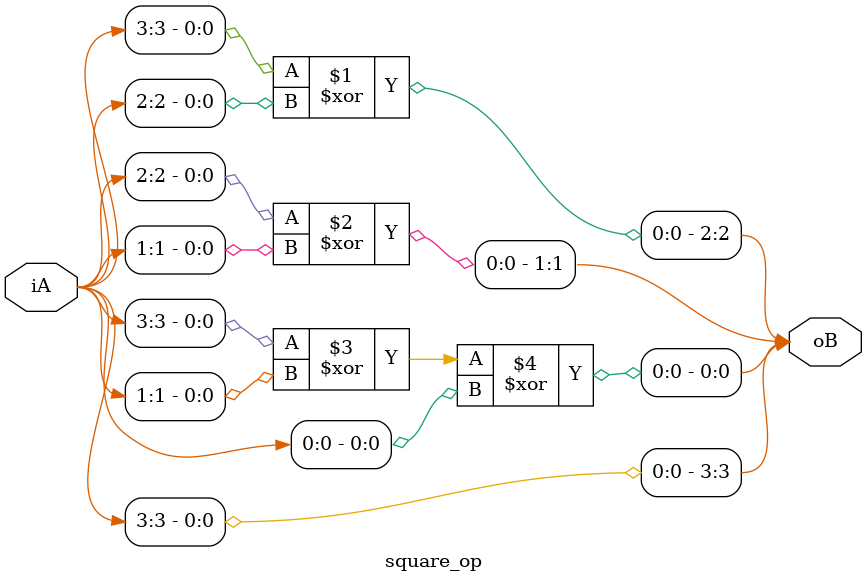
<source format=v>
/*****************************************************************************
 * Thesis     :     AES-128            
 * Made by      :     Le Nguyen To Quynh
 * Instructed by  :       Ph.D Le Duc Hung
                M.S  Cao Tran Bao Thuong
 * Supported by   :
 * Module     :     aes_core (module main)
 * Staged     :     Top     
 *****************************************************************************/
module AES128_wrapper(
  input iClk,
  input iReset,
  input iChipselect_n,
  input iWrite_n,
  input iRead_n,
  input [4:0] iAddress,
  input [31:0]  iData,
  output  reg [31:0]  oData
);

// iAddress[4:0] :
//iAddress[4:2]: select register
//iAddress[1:0]: select byte to read/write
/*
  address:
  000xx: iStart [from 0x00-0x03]
  001xx: iEn_or_de [from 0x04 to 0x07]
  010xx: iKey      [from 0x08 to 0xB] 
  011xx: iPlain_text [from 0x0C to 0x0F]
  100xx: oCipher_text [from 0x10 to 0x13]
  101xx: oCipher_text_ready [from 0x14 to 0x17]
  110xx: iReset_external_n [from 0x18 to 0x1f]
*/

reg           iStart;
reg           iEn_or_de;
reg           iReset_external_n;
reg[127:0]    iKey;
reg[127:0]    iPlain_text;
reg[127:0]    oCipher_text;
reg           oCipher_text_ready;

wire[127:0]   oCipher_text_w;
wire          oCipher_text_ready_w;
wire          iReset_n_w;

assign iReset_n_w = ~iReset;
always@(posedge iClk,negedge iReset_n_w)
begin
  if(~iReset_n_w)
    begin
      iKey <= 128'b0;
      iPlain_text <= 128'b0;
      iEn_or_de <=0;
      oData <=32'b0;
      iReset_external_n <=0;
      iStart <=0;
    end
  else 
    begin
      iReset_external_n<=1;
      if(~iChipselect_n )
      begin
        if(~iWrite_n)
        begin
          begin
          case(iAddress[4:2])
            3'b000: iStart<=iData[0];
            3'b001: iEn_or_de <= iData[0];
            3'b010: 
            begin
              case(iAddress[1:0])
                2'b00: iKey[127:96]   <= iData;
                2'b01: iKey[95:64]    <= iData;
                2'b10: iKey[63:32]    <= iData;
                2'b11: iKey[31:0]     <= iData;
              endcase
            end
            3'b011:
            begin
              case(iAddress[1:0])
                2'b00: iPlain_text[127:96]    <= iData;
                2'b01: iPlain_text[95:64]     <= iData;
                2'b10: iPlain_text[63:32]     <= iData;
                2'b11: iPlain_text[31:0]      <= iData;
              endcase
            end
            3'b110: iReset_external_n<=iData;
            default:
            begin
            end
          endcase
          end
        end   
        else if(~iRead_n)
        begin
          case(iAddress[4:2])
            3'b100:   
            begin
              case(iAddress[1:0])
                2'b00: oData  <= oCipher_text[127:96];
                2'b01: oData  <= oCipher_text[95:64];
                2'b10: oData  <= oCipher_text[63:32];
                2'b11: oData  <= oCipher_text[31:0];
              endcase
            end
            3'b101: oData     <=oCipher_text_ready; 
            default:
            begin
            end
          endcase
        end 
        else iStart<=0;
      end
      else iStart<=0;
    end
end
always@(posedge oCipher_text_ready_w,negedge iReset_external_n)
  if(~iReset_external_n)
  begin
   oCipher_text_ready  <=0;
   oCipher_text<=0;
  end
  else 
  begin
    oCipher_text    <= oCipher_text_w;
  end

  aes_core AES128(
    .iClk(iClk),
    .iReset_n(iReset_external_n), 
    .iStart(iStart),
    .iEn_or_de(iEn_or_de),
    .iKey(iKey),
    .iPlain_text(iPlain_text),
    .oCipher_text(oCipher_text_w),
    .oCipher_text_ready(oCipher_text_ready_w)
  );
endmodule // AES_128_wrapper

module aes_core(
  iClk,
  iReset_n, 
  iStart,
  iEn_or_de,
  iKey,
  iPlain_text,
  oCipher_text,
  oCipher_text_ready
);

/*****************************************************************************
 *                             Port Declarations                             *
 *****************************************************************************/
input       iClk;
input       iReset_n;
input       iStart;
input       iEn_or_de;
input [127:0]   iKey;
input [127:0]   iPlain_text;
output[127:0]   oCipher_text;
output      oCipher_text_ready;

/*****************************************************************************
 *                 Internal Wires and Registers Declarations                 *
 *****************************************************************************/
reg [127:0]   rCipher_text_out;
reg       rCipher_text_ready_out;
reg [3:0]     rRound;
reg [127:0]   rKey_in;
reg [127:0]   rPlain_text_in;

reg [127:0]   rmKey_in_de [0:11];
reg [127:0]   rKey_in_de;
reg [3:0]     rCounter_de;

reg [3:0]     rCounter_round;
reg           rStart_key_expand;
reg [127:0]   rCipher_in_de;
reg           rDe_cipher_text_ready_out;
reg [127:0]   rDe_cipher_text_out;

wire      wStart_key_expand;
wire      wKey_expansion_ready_out;
wire [127:0]  wKey_expansion_out;
wire [127:0]  wCipher_text_out;
wire      wCipher_text_ready_out;
wire      wStart_encryption;

wire        wStart_decryption;
wire [127:0]  wDe_cipher_text_out;
wire      wDe_cipher_text_ready_out;


/*****************************************************************************
 *                            Combinational Logic                            *
 *****************************************************************************/
assign wStart_key_expand = iStart | wKey_expansion_ready_out;
assign wStart_encryption = iStart | wKey_expansion_ready_out;
assign wStart_decryption = rCipher_text_ready_out | wDe_cipher_text_ready_out;

assign oCipher_text = (iEn_or_de == 1'b1) ? rCipher_text_out : rDe_cipher_text_out;
assign oCipher_text_ready = (iEn_or_de == 1'b1) ? rCipher_text_ready_out : rDe_cipher_text_ready_out;

/*****************************************************************************
 *                             Sequential Logic                              *
 *****************************************************************************/
always @(posedge iClk or negedge iReset_n)
begin
  if (!iReset_n )
  begin
  rStart_key_expand <=0;
  end
else 
  rStart_key_expand <= wStart_key_expand;
end

always @(posedge iClk or negedge iReset_n)
begin
  if (!iReset_n )
  begin
  rCounter_de <= 0;
  end
else if (rStart_key_expand)
  begin
  rmKey_in_de[rCounter_de] <= rKey_in;
  rCounter_de <= rCounter_de+1;
  end
end

always @(posedge iClk or negedge iReset_n)
begin
  if (!iReset_n )
  begin
  rCounter_round = 10;
  rCipher_in_de <= 0;
  rDe_cipher_text_ready_out <= 0;
  rDe_cipher_text_out <= 0;
  end
else if (rCounter_round == 0 && wDe_cipher_text_ready_out)
begin 
  rDe_cipher_text_out <= wDe_cipher_text_out;
  rDe_cipher_text_ready_out <= wDe_cipher_text_ready_out;
end
  
else if (rCipher_text_ready_out)    
    begin
      rCounter_round = 10;
      rCipher_in_de <= iPlain_text;
      rKey_in_de <= rmKey_in_de[rCounter_round];
      rDe_cipher_text_out <= 1'b0;
      rDe_cipher_text_ready_out <= 1'b0;
    end
else if (wDe_cipher_text_ready_out && rCounter_round > 0)
  begin
    rCounter_round = rCounter_round - 1;
    rKey_in_de <= rmKey_in_de[rCounter_round];
    rCipher_in_de <= wDe_cipher_text_out;
    
    rDe_cipher_text_ready_out <= 0;
  end
  else
    rDe_cipher_text_ready_out <= 0;
end
   
/*****************************************************************************
 *                              Internal Modules                             *
 *****************************************************************************/
aes_decryption  aes_de (
.iClk(iClk),
.iReset_n(iReset_n), 
.iStart(wStart_decryption),
.iRound(rCounter_round),
.iKey(rKey_in_de),
.iPlain_text(rCipher_in_de),
.oCipher_text(wDe_cipher_text_out),
.oCipher_text_ready(wDe_cipher_text_ready_out)
);

aes_encryption aes_en (
.iClk(iClk),
  .iReset_n(iReset_n), 
.iStart(wStart_encryption),
.iRound(rRound),
  .iKey(rKey_in),
.iPlain_text(rPlain_text_in),
  .oCipher_text(wCipher_text_out),
.oCipher_text_ready(wCipher_text_ready_out)
);

aes_key_expansion key_expander (
.iClk(iClk),
  .iReset_n(iReset_n), 
.iStart(wStart_key_expand),
.iRcon(rRound),
  .iKey(rKey_in),
  .oKey_expansion(wKey_expansion_out),
.oKey_expansion_ready(wKey_expansion_ready_out)
);

/*****************************************************************************
 *                             Sequential Logic                              *
 *****************************************************************************/
always @(posedge iClk or negedge iReset_n)
begin
  if (!iReset_n )
    begin
  rRound <= 4'h0;
      rCipher_text_out <= 128'h0;
      rCipher_text_ready_out <= 1'b0;
    end
else if(iStart)
  begin
    rCipher_text_out <= 128'h0;
    rCipher_text_ready_out <= 1'b0;
    rKey_in <= iKey;
    rPlain_text_in <= iPlain_text;
    rRound <= 4'h0; 
  end
 else if(rRound == 10 && wCipher_text_ready_out)
  begin
    rCipher_text_out <= wCipher_text_out;
    rCipher_text_ready_out <= wCipher_text_ready_out;
  end
else if(wKey_expansion_ready_out && rRound < 10)
  begin
    rKey_in <= wKey_expansion_out;
    rPlain_text_in <= wCipher_text_out;
    rRound <= rRound + 1 ;
    rCipher_text_ready_out <=0;
  end
else
    rCipher_text_ready_out <=0;
end

endmodule

/*****************************************************************************
 * Thesis           :           AES-128            
 * Made by          :           Le Nguyen To Quynh
 * Instructed by    :           Ph.D Le Duc Hung
                                M.S  Cao Tran Bao Thuong
 * Supported by     :
 * Module           :           aes_decryption
 * Staged           :           Stage 1   
 *****************************************************************************/

module aes_decryption(
    iClk,
    iReset_n, 
    iStart,
    iKey,
    iRound,
    iPlain_text,
    oCipher_text,
    oCipher_text_ready
);

/*****************************************************************************
 *                           Parameter Declarations                          *
 *****************************************************************************/
parameter STEP_IDLE     = 3'd0;
parameter STEP_INIT       = 3'd1;
parameter STEP_ADD_ROUND_KEY_INITIAL  = 3'd2;
parameter STEP_SUB_SHIFT    = 3'd3;
parameter STEP_MIX_COLUMN   = 3'd4;
parameter STEP_ADD_ROUND_KEY    = 3'd5;
parameter STEP_DONE   =3'd6;

input     iClk;
input     iReset_n;
input     iStart;
input    [127:0]  iKey;
input    [127:0]  iPlain_text;
input    [3:0]  iRound;

output   [127:0]  oCipher_text;
output    oCipher_text_ready;

/*****************************************************************************
 *                 Internal Wires and Registers Declarations                 *
 *****************************************************************************/
reg      [127:0]  rCipher_text;
reg      [31:0]   rCipher_column_0_temp,rCipher_column_1_temp,rCipher_column_2_temp,rCipher_column_3_temp;
reg      [2:0]  rState_step;
reg         rCipher_text_done;

wire [7:0] w0[0:3];
wire [7:0] w1[0:3];
wire [7:0] w2[0:3];
wire [7:0] w3[0:3];

wire [31:0] wMixcolum_0;
wire [31:0] wMixcolum_1;
wire [31:0] wMixcolum_2;
wire [31:0] wMixcolum_3;

/*****************************************************************************
 *                            Combinational Logic                            *
 *****************************************************************************/
assign oCipher_text = rCipher_text;
assign oCipher_text_ready = rCipher_text_done;

/*****************************************************************************
 *                              Internal Modules                             *
 *****************************************************************************/
sbox sbox_w10 (
  .iEn_or_de(1'b0),
  .iSbox(rCipher_column_0_temp[7:0]),
  .oSbox(w0[0])
);

sbox sbox_w11 (
  .iEn_or_de(1'b0),
  .iSbox(rCipher_column_0_temp[15:8]),
  .oSbox(w0[1])
);

sbox sbox_w12 (
  .iEn_or_de(1'b0),
  .iSbox(rCipher_column_0_temp[23:16]),
  .oSbox(w0[2])
);

sbox sbox_w13 (
  .iEn_or_de(1'b0),
  .iSbox(rCipher_column_0_temp[31:24]),
  .oSbox(w0[3])
);

sbox sbox_w20 (
  .iEn_or_de(1'b0),
  .iSbox(rCipher_column_1_temp[7:0]),
  .oSbox(w1[0])
);

sbox sbox_w21 (
  .iEn_or_de(1'b0),
  .iSbox(rCipher_column_1_temp[15:8]),
  .oSbox(w1[1])
);

sbox sbox_w22 (
  .iEn_or_de(1'b0),
  .iSbox(rCipher_column_1_temp[23:16]),
  .oSbox(w1[2])
);

sbox sbox_w23 (
  .iEn_or_de(1'b0),
  .iSbox(rCipher_column_1_temp[31:24]),
  .oSbox(w1[3])
);

sbox sbox_w30 (
  .iEn_or_de(1'b0),
  .iSbox(rCipher_column_2_temp[7:0]),
  .oSbox(w2[0])
);

sbox sbox_w31 (
  .iEn_or_de(1'b0),
  .iSbox(rCipher_column_2_temp[15:8]),
  .oSbox(w2[1])
);

sbox sbox_w32 (
  .iEn_or_de(1'b0),
  .iSbox(rCipher_column_2_temp[23:16]),
  .oSbox(w2[2])
);

sbox sbox_w33 (
  .iEn_or_de(1'b0),
  .iSbox(rCipher_column_2_temp[31:24]),
  .oSbox(w2[3])
);

sbox sbox_w40 (
  .iEn_or_de(1'b0),
  .iSbox(rCipher_column_3_temp[7:0]),
  .oSbox(w3[0])
);

sbox sbox_w41 (
  .iEn_or_de(1'b0),
  .iSbox(rCipher_column_3_temp[15:8]),
  .oSbox(w3[1])
);

sbox sbox_w42 (
  .iEn_or_de(1'b0),
  .iSbox(rCipher_column_3_temp[23:16]),
  .oSbox(w3[2])
);

sbox sbox_w43 (
  .iEn_or_de(1'b0),
  .iSbox(rCipher_column_3_temp[31:24]),
  .oSbox(w3[3])
);

inv_mixcolumn mixcolumn0 (
  .iInv_mixcolumn(rCipher_column_0_temp),
  .oInv_mixcolumn(wMixcolum_0)
);

inv_mixcolumn mixcolumn1 (
  .iInv_mixcolumn(rCipher_column_1_temp),
  .oInv_mixcolumn(wMixcolum_1)
);

inv_mixcolumn mixcolumn2 (
  .iInv_mixcolumn(rCipher_column_2_temp),
  .oInv_mixcolumn(wMixcolum_2)
);

inv_mixcolumn mixcolumn3 (
  .iInv_mixcolumn(rCipher_column_3_temp),
  .oInv_mixcolumn(wMixcolum_3)
);

/*****************************************************************************
 *                             Sequential Logic                              *
 *****************************************************************************/
always @(posedge iClk or negedge iReset_n)
begin
    if (!iReset_n )
      begin
      rState_step <= STEP_IDLE; 
      rCipher_text <= 128'h0;
      rCipher_text_done <= 1'b0;
      end
    else
      begin
    case(rState_step)
      STEP_IDLE:
        begin
          rCipher_text_done <= 1'b0;
          if(iStart && (iRound > 0) ||(iStart && iRound == 15))
              rState_step <= STEP_INIT;
            else
              rState_step <= STEP_IDLE;
        end
      STEP_INIT:
        begin
          rCipher_column_0_temp <= iPlain_text[127 : 96];
          rCipher_column_1_temp <= iPlain_text[95 : 64];
          rCipher_column_2_temp <= iPlain_text[63 : 32];
          rCipher_column_3_temp <= iPlain_text[31 : 0];
          if(iRound == 0)
              rState_step <= STEP_ADD_ROUND_KEY_INITIAL;
          else
              rState_step <= STEP_ADD_ROUND_KEY;
        end
      STEP_ADD_ROUND_KEY_INITIAL:
        begin
          rCipher_text[127 : 96] <= rCipher_column_0_temp ^ iKey[127 : 96];
          rCipher_text[95 : 64]  <= rCipher_column_1_temp ^ iKey[95 : 64];
          rCipher_text[63 : 32]  <= rCipher_column_2_temp ^ iKey[63 : 32];
          rCipher_text[31 : 0]   <= rCipher_column_3_temp ^ iKey[31 : 0];
          rCipher_text_done <= 1'b1;
          rState_step <= STEP_IDLE ;
        end
      STEP_SUB_SHIFT:
        begin
          rCipher_text[127 : 96] <= {w0[3],w3[2],w2[1],w1[0]};
          rCipher_text[95 : 64]  <= {w1[3],w0[2],w3[1],w2[0]};
          rCipher_text[63 : 32]  <= {w2[3],w1[2],w0[1],w3[0]};
          rCipher_text[31 : 0]   <= {w3[3],w2[2],w1[1],w0[0]};
          rCipher_text_done <= 1'b1;
          rState_step <= STEP_IDLE;
        end
      STEP_MIX_COLUMN:
        begin
              rCipher_column_0_temp <= wMixcolum_0;
          rCipher_column_1_temp <= wMixcolum_1;
          rCipher_column_2_temp <= wMixcolum_2;
          rCipher_column_3_temp <= wMixcolum_3;     
          rState_step <= STEP_SUB_SHIFT;

        end
      STEP_ADD_ROUND_KEY:
        begin
          rCipher_column_0_temp <= rCipher_column_0_temp ^ iKey[127 : 96];
          rCipher_column_1_temp <= rCipher_column_1_temp ^ iKey[95 : 64];
          rCipher_column_2_temp <= rCipher_column_2_temp ^ iKey[63 : 32];
          rCipher_column_3_temp <= rCipher_column_3_temp ^ iKey[31 : 0];
          if(iRound == 10)
              rState_step <= STEP_SUB_SHIFT;
          else
              rState_step <= STEP_MIX_COLUMN;
        end
      default:
      	begin
      	end
        endcase
        end
end

endmodule

/*****************************************************************************
 * Thesis     :     AES-128            
 * Made by      :     Le Nguyen To Quynh
 * Instructed by  :       Ph.D Le Duc Hung
                M.S  Cao Tran Bao Thuong
 * Supported by   :
 * Module     :     aes_encryption
 * Staged           :           Stage 1         
 *****************************************************************************/

module aes_encryption(
  iClk,
    iReset_n, 
  iStart,
    iKey,
  iRound,
  iPlain_text,
    oCipher_text,
  oCipher_text_ready
);

/*****************************************************************************
 *                           Parameter Declarations                          *
 *****************************************************************************/
parameter STEP_IDLE                   = 3'd0;
parameter STEP_INIT                   = 3'd1;
parameter STEP_ADD_ROUND_KEY_INITIAL  = 3'd2;
parameter STEP_SUB_SHIFT              = 3'd3;
parameter STEP_MIX_COULUMN            = 3'd4;
parameter STEP_ADD_ROUND_KEY          = 3'd5;

/*****************************************************************************
 *                             Port Declarations                             *
 *****************************************************************************/
input            iClk;
input            iReset_n;
input            iStart;
input [127:0]    iKey;
input [127:0]    iPlain_text;
input [3:0]      iRound;

output [127:0]   oCipher_text;
output           oCipher_text_ready;

/*****************************************************************************
 *                 Internal Wires and Registers Declarations                 *
 *****************************************************************************/
reg      [127:0]  rCipher_text;
reg      [31:0]       rCipher_column_0_temp,rCipher_column_1_temp,rCipher_column_2_temp,rCipher_column_3_temp;
reg      [2:0]  rState_step;
reg         rCipher_text_done;

wire [7:0] w0[0:3];
wire [7:0] w1[0:3];
wire [7:0] w2[0:3];
wire [7:0] w3[0:3];

wire [31:0] wMixcolumn_0;
wire [31:0] wMixcolumn_1;
wire [31:0] wMixcolumn_2;
wire [31:0] wMixcolumn_3;

/*****************************************************************************
 *                            Combinational Logic                            *
 *****************************************************************************/
assign oCipher_text = rCipher_text;
assign oCipher_text_ready = rCipher_text_done;

/*****************************************************************************
 *                              Internal Modules                             *
 *****************************************************************************/
sbox sbox_w10 (
  .iEn_or_de(1'b1),
  .iSbox(rCipher_column_0_temp[7:0]),
  .oSbox(w0[0])
);

sbox sbox_w11 (
  .iEn_or_de(1'b1),
  .iSbox(rCipher_column_0_temp[15:8]),
  .oSbox(w0[1])
);

sbox sbox_w12  (
  .iEn_or_de(1'b1),
  .iSbox(rCipher_column_0_temp[23:16]),
  .oSbox(w0[2])
);

sbox sbox_w13 (
  .iEn_or_de(1'b1),
  .iSbox(rCipher_column_0_temp[31:24]),
  .oSbox(w0[3])
);

sbox sbox_w20 (
  .iEn_or_de(1'b1),
  .iSbox(rCipher_column_1_temp[7:0]),
  .oSbox(w1[0])
);

sbox sbox_w21 (
  .iEn_or_de(1'b1),
  .iSbox(rCipher_column_1_temp[15:8]),
  .oSbox(w1[1])
);

sbox sbox_w22 (
  .iEn_or_de(1'b1),
  .iSbox(rCipher_column_1_temp[23:16]),
  .oSbox(w1[2])
);

sbox sbox_w23 (
  .iEn_or_de(1'b1),
  .iSbox(rCipher_column_1_temp[31:24]),
  .oSbox(w1[3])
);

sbox sbox_w30 (
  .iEn_or_de(1'b1),
  .iSbox(rCipher_column_2_temp[7:0]),
  .oSbox(w2[0])
);

sbox sbox_w31 (
  .iEn_or_de(1'b1),
  .iSbox(rCipher_column_2_temp[15:8]),
  .oSbox(w2[1])
);

sbox sbox_w32 (
  .iEn_or_de(1'b1),
  .iSbox(rCipher_column_2_temp[23:16]),
  .oSbox(w2[2])
);

sbox sbox_w33 (
  .iEn_or_de(1'b1),
  .iSbox(rCipher_column_2_temp[31:24]),
  .oSbox(w2[3])
);

sbox sbox_w40 (
  .iEn_or_de(1'b1),
  .iSbox(rCipher_column_3_temp[7:0]),
  .oSbox(w3[0])
);

sbox sbox_w41 (
  .iEn_or_de(1'b1),
  .iSbox(rCipher_column_3_temp[15:8]),
  .oSbox(w3[1])
);

sbox sbox_w42 (
  .iEn_or_de(1'b1),
  .iSbox(rCipher_column_3_temp[23:16]),
  .oSbox(w3[2])
);

sbox sbox_w43  (
  .iEn_or_de(1'b1),
  .iSbox(rCipher_column_3_temp[31:24]),
  .oSbox(w3[3])
);

mixcolumn mixcolumn0 (
  .iMixcolumn(rCipher_column_0_temp),
  .oMixcolumn(wMixcolumn_0)
);

mixcolumn mixcolumn1 (
  .iMixcolumn(rCipher_column_1_temp),
  .oMixcolumn(wMixcolumn_1)
);

mixcolumn mixcolumn2 (
  .iMixcolumn(rCipher_column_2_temp),
  .oMixcolumn(wMixcolumn_2)
);

mixcolumn mixcolumn3 (
  .iMixcolumn(rCipher_column_3_temp),
  .oMixcolumn(wMixcolumn_3)
);

/*****************************************************************************
 *                             Sequential Logic                              *
 *****************************************************************************/
always @(posedge iClk or negedge iReset_n)
begin
    if (!iReset_n )
      begin
      rState_step <= STEP_IDLE; 
      rCipher_text <= 128'h0;
      rCipher_text_done <= 1'b0;
      end
    else
      begin
    case(rState_step)
      STEP_IDLE:
        begin
          rCipher_text_done <= 1'b0;
          if((iStart && iRound <= 10)||(iStart && iRound == 15))
              rState_step <= STEP_INIT;
            else
              rState_step <= STEP_IDLE;
        end
      STEP_INIT:
        begin
          rCipher_column_0_temp <= iPlain_text[127 : 96];
          rCipher_column_1_temp <= iPlain_text[95 : 64];
          rCipher_column_2_temp <= iPlain_text[63 : 32];
          rCipher_column_3_temp <= iPlain_text[31 : 0];
          if(iRound == 0)
              rState_step <= STEP_ADD_ROUND_KEY_INITIAL;
          else
              rState_step <= STEP_SUB_SHIFT;
        end
      STEP_ADD_ROUND_KEY_INITIAL:
        begin
          rCipher_text[127 : 96] <= rCipher_column_0_temp ^ iKey[127 : 96];
          rCipher_text[95 : 64] <= rCipher_column_1_temp ^ iKey[95 : 64];
          rCipher_text[63 : 32] <= rCipher_column_2_temp ^ iKey[63 : 32];
          rCipher_text[31 : 0] <= rCipher_column_3_temp ^ iKey[31 : 0];
          rCipher_text_done <= 1'b1;
          rState_step <= STEP_IDLE ;
        end
      STEP_SUB_SHIFT:
        begin
          rCipher_column_0_temp <= {w0[3],w1[2],w2[1],w3[0]};
          rCipher_column_1_temp <= {w1[3],w2[2],w3[1],w0[0]};
          rCipher_column_2_temp <= {w2[3],w3[2],w0[1],w1[0]};
          rCipher_column_3_temp <= {w3[3],w0[2],w1[1],w2[0]};
          if(iRound == 10)
              rState_step <= STEP_ADD_ROUND_KEY;
          else
              rState_step <= STEP_MIX_COULUMN;
        end
      STEP_MIX_COULUMN:
        begin
            rCipher_column_0_temp <= wMixcolumn_0;
          rCipher_column_1_temp <= wMixcolumn_1;
          rCipher_column_2_temp <= wMixcolumn_2;
          rCipher_column_3_temp <= wMixcolumn_3;      
          rState_step <= STEP_ADD_ROUND_KEY;

        end
      STEP_ADD_ROUND_KEY:
        begin
          rCipher_text_done <= 1'b1;
          rCipher_text[127 : 96] <= rCipher_column_0_temp ^ iKey[127 : 96];
          rCipher_text[95 : 64] <= rCipher_column_1_temp ^ iKey[95 : 64];
          rCipher_text[63 : 32] <= rCipher_column_2_temp ^ iKey[63 : 32];
          rCipher_text[31 : 0] <= rCipher_column_3_temp ^ iKey[31 : 0];           
          rState_step <= STEP_IDLE;
        end
       default:
      	begin
      	end
        endcase
        end
end

endmodule

/*****************************************************************************
 * Thesis     :     AES-128            
 * Made by      :     Le Nguyen To Quynh
 * Instructed by  :       Ph.D Le Duc Hung
                M.S  Cao Tran Bao Thuong
 * Supported by   :     
 * Module     :       aes_key_expansion
 * Staged           :           Stage 1
 *****************************************************************************/
module aes_key_expansion (
  iClk,
    iReset_n, 
  iStart,
  iRcon,
    iKey,

    oKey_expansion,
  oKey_expansion_ready
);

/*****************************************************************************
 *                           Parameter Declarations                          *
 *****************************************************************************/  
parameter STEP_IDLE     = 4'd0;
parameter STEP_INIT       =   4'd1;
parameter STEP_ROT_SUB_WORD = 4'd2;
parameter STEP_RCON     = 4'd3;
parameter STEP_XOR      = 4'd4;

/*****************************************************************************
 *                             Port Declarations                             *
 *****************************************************************************/
input       iClk;
input       iReset_n;
input   [3:0]   iRcon;
input       iStart;
input   [127:0] iKey;
output  [127:0] oKey_expansion;
output      oKey_expansion_ready;

/*****************************************************************************
 *                 Internal Wires and Registers Declarations                 *
 *****************************************************************************/
reg     [127:0]   rKey_expansion;
reg     [31:0]  rKey_column_temp;
reg     [2:0]   rState_step;
reg         rKey_expansion_done;

wire [7 : 0] w0,w1,w2,w3; 
wire [7 : 0] wRcon_out;

/*****************************************************************************
 *                            Combinational Logic                            *
 *****************************************************************************/
assign oKey_expansion = rKey_expansion;
assign oKey_expansion_ready = rKey_expansion_done;

/*****************************************************************************
 *                              Internal Modules                             *
 *****************************************************************************/
sbox sbox_wi_0 (
.iEn_or_de(1'b1),
.iSbox(rKey_column_temp[7:0]),
.oSbox(w0)
);

sbox sbox_wi_1 (
.iEn_or_de(1'b1),
.iSbox(rKey_column_temp[15:8]),
.oSbox(w1)
);

sbox sbox_wi_2 (
  .iEn_or_de(1'b1),
  .iSbox(rKey_column_temp[23:16]),
  .oSbox(w2)
);

sbox sbox_wi_3 (
  .iEn_or_de(1'b1),
  .iSbox(rKey_column_temp[31:24]),
  .oSbox(w3)
);

rcon rcon1 (
.iRcon(iRcon + 4'h1),
// .iRcon(iRcon),
.oRcon(wRcon_out)
);

/*****************************************************************************
 *                             Sequential Logic                              *
 *****************************************************************************/
always @(posedge iClk or negedge iReset_n)
begin
   if (!iReset_n )
      begin
      rState_step = STEP_IDLE; 
      rKey_expansion = 128'h0;
      end
    else
      begin
    case(rState_step)
      STEP_IDLE:
        begin
          rKey_expansion_done = 1'b0;
          if (iRcon == 0)
            rKey_expansion = iKey;
          if((iStart == 1'b1 && iRcon < 9) || (iStart == 1'b1 && iRcon == 10))
              rState_step = STEP_INIT;
          else
              rState_step = STEP_IDLE;
        end
      STEP_INIT:
      begin
        rKey_column_temp = iKey[31 : 0];      
        rState_step = STEP_ROT_SUB_WORD;
      end
      STEP_ROT_SUB_WORD:
        begin
              rKey_column_temp = {w2,w1,w0,w3};
           rState_step = STEP_RCON;
        end
      STEP_RCON:
        begin
              rKey_column_temp[31:24] = rKey_column_temp[31:24] ^ wRcon_out;
          rState_step = STEP_XOR;
        end
      STEP_XOR:
        begin
            rKey_column_temp        = rKey_column_temp ^ iKey[127 : 96];
            rKey_expansion[127:96]  = rKey_column_temp;
            rKey_column_temp        = rKey_column_temp ^ iKey[95 : 64];
            rKey_expansion[95:64]   = rKey_column_temp;
            rKey_column_temp        = rKey_column_temp ^ iKey[63 : 32];
            rKey_expansion[63:32]   = rKey_column_temp; 
            rKey_column_temp        = rKey_column_temp ^ iKey[31 : 0];    
            rKey_expansion[31:0]    = rKey_column_temp;
            rKey_expansion_done     = 1'b1;
            rState_step = STEP_IDLE;
        end
	default:
	begin
	end

        endcase
      end
end

endmodule

/*****************************************************************************
 * Module     :     Affine Transformation Module
 * Staged     :       Stage 3
 *****************************************************************************/
module aff_tran (
  iA, 
  oB
);

/*****************************************************************************
 *                             Port Declarations                             *
 *****************************************************************************/
input [7:0] iA;
output [7:0] oB;

/*****************************************************************************
 *                 Internal Wires and Registers Declarations                 *
 *****************************************************************************/
wire w4_5, w6_7, w0_1, w2_3;
wire w01_23, w45_67, w01_67, w23_45;

/*****************************************************************************
 *                            Combinational Logic                            *
 *****************************************************************************/
assign w0_1 = iA[0] ^ iA[1];
assign w2_3 = iA[2] ^ iA[3];
assign w4_5 = iA[4] ^ iA[5];
assign w6_7 = iA[6] ^ iA[7];

assign w45_67 = w4_5 ^ w6_7;
assign w01_23 = w0_1 ^ w2_3;
assign w01_67 = w0_1 ^ w6_7;
assign w23_45 = w2_3 ^ w4_5;

assign oB [0] = w45_67^(~iA[0]);
assign oB [1] = w01_67^(~iA[5]);
assign oB [2] = w01_67^iA[2];
assign oB [3] = w01_23^iA[7];
assign oB [4] = w01_23^iA[4];
assign oB [5] = w23_45^(~iA[1]);
assign oB [6] = w23_45^(~iA[6]);
assign oB [7] = w45_67^iA[3];

endmodule
/*****************************************************************************
 * Module     :       Galios x2 Multiplication
 * Staged     :       Stage 3
 *****************************************************************************/
module gm2 (
  iA, 
  oB
);

/*****************************************************************************
 *                             Port Declarations                             *
 *****************************************************************************/
input [7:0] iA;
output [7:0] oB;

/*****************************************************************************
 *                            Combinational Logic                            *
 *****************************************************************************/
assign oB = {iA[6:0], 1'b0} ^ (8'h1b & {8{iA[7]}});

endmodule
/*****************************************************************************
 * Module     :       Galios x3 Multiplication
 * Staged     :       Stage 3
 *****************************************************************************/
module gm4 (
  iA,
  oB
);

/*****************************************************************************
 *                             Port Declarations                             *
 *****************************************************************************/
input [7:0] iA;
output [7:0] oB;

/*****************************************************************************
 *                 Internal Wires and Registers Declarations                 *
 *****************************************************************************/
wire [7:0] w1, w2;

/*****************************************************************************
 *                            Combinational Logic                            *
 *****************************************************************************/
assign oB = w2;

/*****************************************************************************
 *                              Internal Modules                             *
 *****************************************************************************/
gm2 inst1 (
  iA,
  w1
);

gm2 inst2 (
  w1,
  w2
);

endmodule
/*****************************************************************************
 * Module     :       Galios x8 Multiplication
 * Staged     :       Stage 3
 *****************************************************************************/
module gm8 (
  iA,
  oB
);

/*****************************************************************************
 *                             Port Declarations                             *
 *****************************************************************************/
input [7:0] iA;
output [7:0] oB;

/*****************************************************************************
 *                 Internal Wires and Registers Declarations                 *
 *****************************************************************************/
wire [7:0] w1, w2;

/*****************************************************************************
 *                            Combinational Logic                            *
 *****************************************************************************/
assign oB = w2;

/*****************************************************************************
 *                              Internal Modules                             *
 *****************************************************************************/
gm4 inst3 (
  iA,
  w1
);

gm2 inst4 (
  w1,
  w2
);

endmodule
/*****************************************************************************
 * Module     :       Galios x9 Multiplication
 * Staged     :       Stage 3
 *****************************************************************************/
module gm09(
  iA,
  oB
);

/*****************************************************************************
 *                             Port Declarations                             *
 *****************************************************************************/
input [7:0] iA;
output [7:0] oB;

/*****************************************************************************
 *                 Internal Wires and Registers Declarations                 *
 *****************************************************************************/
wire [7:0] w1;

/*****************************************************************************
 *                              Internal Modules                             *
 *****************************************************************************/
gm8 inst5 (
  iA,
  w1
);

/*****************************************************************************
 *                            Combinational Logic                            *
 *****************************************************************************/
assign oB = w1 ^ iA;

endmodule
/*****************************************************************************
 * Module     :       Galios xB Multiplication
 * Staged     :       Stage 3
 *****************************************************************************/
module gm11 (
  iA,
  oB
);

/*****************************************************************************
 *                             Port Declarations                             *
 *****************************************************************************/
input [7:0] iA;
output [7:0] oB;

/*****************************************************************************
 *                 Internal Wires and Registers Declarations                 *
 *****************************************************************************/
wire [7:0] w1, w2;

/*****************************************************************************
 *                              Internal Modules                             *
 *****************************************************************************/
gm8 inst6 (
  iA,
  w1
);

gm2 inst7 (
  iA,
  w2
);

/*****************************************************************************
 *                            Combinational Logic                            *
 *****************************************************************************/
assign oB = w1 ^ w2 ^ iA;

endmodule
/*****************************************************************************
 * Module     :       Galios xD Multiplication
 * Staged     :       Stage 3
 *****************************************************************************/
module gm13 (
  iA,
  oB
);

/*****************************************************************************
 *                             Port Declarations                             *
 *****************************************************************************/
input [7:0] iA;
output [7:0] oB;

/*****************************************************************************
 *                 Internal Wires and Registers Declarations                 *
 *****************************************************************************/
wire [7:0] w1, w2;

/*****************************************************************************
 *                              Internal Modules                             *
 *****************************************************************************/
gm8 inst8 (
  iA,
  w1
);

gm4 inst9 (
  iA,
  w2
);

/*****************************************************************************
 *                            Combinational Logic                            *
 *****************************************************************************/
assign oB = w1 ^ w2 ^ iA;

endmodule
/*****************************************************************************
 * Module     :       Galios xE Multiplication
 * Staged     :       Stage 3
 *****************************************************************************/
module gm14 (
  iA,
  oB
);

/*****************************************************************************
 *                             Port Declarations                             *
 *****************************************************************************/
input [7:0] iA;
output [7:0] oB;

/*****************************************************************************
 *                 Internal Wires and Registers Declarations                 *
 *****************************************************************************/
wire [7:0] w1, w2, w3;

/*****************************************************************************
 *                              Internal Modules                             *
 *****************************************************************************/
gm8 inst10 (
  iA,
  w1
);

gm4 inst11 (
  iA,
  w2
);

gm2 inst12 (
  iA,
  w3  
);

/*****************************************************************************
 *                            Combinational Logic                            *
 *****************************************************************************/
assign oB = w1 ^ w2 ^ w3;

endmodule
/*****************************************************************************
 * Module     :     Inverse Affine Transformation Module
 * Staged     :       Stage 3
 *****************************************************************************/
module inv_aff_tran (
  iA, 
  oB
);

/*****************************************************************************
 *                             Port Declarations                             *
 *****************************************************************************/
input [7:0] iA;
output [7:0] oB;

/*****************************************************************************
 *                 Internal Wires and Registers Declarations                 *
 *****************************************************************************/
wire w0_5, w1_4, w2_7, w3_6;

/*****************************************************************************
 *                            Combinational Logic                            *
 *****************************************************************************/
assign w0_5 = iA[0] ^ iA[5];
assign w1_4 = iA[1] ^ iA[4];
assign w2_7 = iA[2] ^ iA[7];
assign w3_6 = iA[3] ^ iA[6];

assign oB[0] = w2_7^(~iA[5]);
assign oB[1] = w3_6^iA[0];
assign oB[2] = w1_4^(~iA[7]);
assign oB[3] = w0_5^iA[2];

assign oB[4] = w3_6^iA[1];
assign oB[5] = w2_7^iA[4];
assign oB[6] = w0_5^iA[3];
assign oB[7] = w1_4^iA[6];

endmodule

/*****************************************************************************
 * Module     :     Inverse Map Operator Module
 * Staged     :       Stage 3
 *****************************************************************************/
module inv_map (
  iA, 
  oB
);

/*****************************************************************************
 *                             Port Declarations                             *
 *****************************************************************************/
input [7:0] iA;
output [7:0] oB;

/*****************************************************************************
 *                 Internal Wires and Registers Declarations                 *
 *****************************************************************************/
wire w1_2, w4_5;
wire w45_6, w12_3, w1_5_6;

/*****************************************************************************
 *                            Combinational Logic                            *
 *****************************************************************************/
assign w1_2 = iA[1] ^ iA[2];
assign w4_5 = iA[4] ^ iA[5];
assign w45_6 = w4_5 ^ iA[6];
assign w12_3 = w1_2 ^ iA[3];
assign w1_5_6 = iA[1] ^ iA[5] ^ iA[6];

assign oB[7] = iA[7]^w1_5_6;
assign oB[6] = iA[6]^iA[2];
assign oB[5] = w1_5_6;
assign oB[4] = w45_6^w1_2;
assign oB[3] = w4_5^w12_3;
assign oB[2] = iA[7]^iA[4]^w12_3;
assign oB[1] = w4_5;
assign oB[0] = w45_6^iA[2]^iA[0];

endmodule

/*****************************************************************************
 * Module     :       Inverse MixColumn Module
 * Staged     :       Stage 2
 *****************************************************************************/
module inv_mixcolumn(
  iInv_mixcolumn,
  oInv_mixcolumn
);

/*****************************************************************************
 *                             Port Declarations                             *
 *****************************************************************************/
input  [31:0] iInv_mixcolumn;
output [31:0] oInv_mixcolumn;

/*****************************************************************************
 *                              Internal Modules                             *
 *****************************************************************************/
inv_mixw inv_mixw_0(
  iInv_mixcolumn,
  oInv_mixcolumn
);

endmodule


/*****************************************************************************
 * Module     :       Inverse MixColum One word (32 bit) Module
 * Staged     :       Stage 3
 *****************************************************************************/
module inv_mixw (
  iA,
  oB
);

/*****************************************************************************
 *                             Port Declarations                             *
 *****************************************************************************/
input [31:0] iA;
output [31:0] oB;

/*****************************************************************************
 *                 Internal Wires and Registers Declarations                 *
 *****************************************************************************/
wire [7:0] b0, b1, b2, b3;
wire [7:0] wGm14_b0, wGm09_b0, wGm13_b0, wGm11_b0;
wire [7:0] wGm14_b1, wGm09_b1, wGm13_b1, wGm11_b1;
wire [7:0] wGm14_b2, wGm09_b2, wGm13_b2, wGm11_b2;
wire [7:0] wGm14_b3, wGm09_b3, wGm13_b3, wGm11_b3;

/*****************************************************************************
 *                            Combinational Logic                            *
 *****************************************************************************/
assign b0 = iA[31:24];
assign b1 = iA[23:16];
assign b2 = iA[15:8];
assign b3 = iA[7:0];

assign oB[31:24] = wGm14_b0 ^ wGm11_b1 ^ wGm13_b2 ^ wGm09_b3;
assign oB[23:16] = wGm14_b1 ^ wGm11_b2 ^ wGm13_b3 ^ wGm09_b0;
assign oB[15:8]  = wGm14_b2 ^ wGm11_b3 ^ wGm13_b0 ^ wGm09_b1;
assign oB[7:0]   = wGm14_b3 ^ wGm11_b0 ^ wGm13_b1 ^ wGm09_b2;

/*****************************************************************************
 *                              Internal Modules                             *
 *****************************************************************************/
gm09 gm09_0 (
  b0,
  wGm09_b0
);

gm09 gm09_1 (
  b1,
  wGm09_b1
);

gm09 gm09_2 (
  b2,
  wGm09_b2
);

gm09 gm09_3 (
  b3,
  wGm09_b3
);

gm11 gm11_0 (
  b0,
  wGm11_b0
);

gm11 gm11_1 (
  b1,
  wGm11_b1
);

gm11 gm11_2 (
  b2,
  wGm11_b2
);

gm11 gm11_3 (
  b3,
  wGm11_b3
);

gm13 gm13_0 (
  b0,
  wGm13_b0
);

gm13 gm13_1 (
  b1,
  wGm13_b1
);

gm13 gm13_2 (
  b2,
  wGm13_b2
);

gm13 gm13_3 (
  b3,
  wGm13_b3
);

gm14 gm14_0 (
  b0,
  wGm14_b0
);

gm14 gm14_1 (
  b1,
  wGm14_b1
);

gm14 gm14_2 (
  b2,
  wGm14_b2
);

gm14 gm14_3 (
  b3,
  wGm14_b3
);

endmodule

/*****************************************************************************
 * Module     :     Map Module  
 * Staged     :       Stage 3
 *****************************************************************************/
module  map (
  iA,
  oB
);

/*****************************************************************************
 *                             Port Declarations                             *
 *****************************************************************************/
input [7:0] iA;
output [7:0] oB;

/*****************************************************************************
 *                 Internal Wires and Registers Declarations                 *
 *****************************************************************************/
wire w1_2, w5_7, w4_6;
wire w12_3;
wire w123_7;

/*****************************************************************************
 *                            Combinational Logic                            *
 *****************************************************************************/
assign w1_2 = iA[1] ^ iA[2];
assign w5_7 = iA[5] ^ iA[7];
assign w4_6 = iA[4] ^ iA[6];
assign w12_3 = w1_2 ^ iA[3];
assign w123_7 = w12_3 ^ iA[7];

assign oB[7] = w5_7;
assign oB[6] = w123_7^w4_6;
assign oB[5] = w5_7^iA[3]^iA[2];
assign oB[4] = w5_7^w12_3;
assign oB[3] = iA[7]^iA[6]^w1_2;
assign oB[2] = w123_7^iA[4];
assign oB[1] = w4_6^iA[1];
assign oB[0] = iA[6]^iA[1]^iA[0];
    
endmodule

/*****************************************************************************
 * Module     :     MixColumn
 * Staged     :       Stage 3
 *****************************************************************************/
module mixcolumn(
  iMixcolumn,
  oMixcolumn
);

/*****************************************************************************
 *                             Port Declarations                             *
 *****************************************************************************/
input  [31:0] iMixcolumn;
output [31:0] oMixcolumn;

/*****************************************************************************
 *                            Combinational Logic                            *
 *****************************************************************************/
mixcolumn_8bit mix1 (
  iMixcolumn[31:24],
  iMixcolumn[23:16],
  iMixcolumn[15:8],
  iMixcolumn[7:0],
  oMixcolumn[31:24]
);

mixcolumn_8bit mix2 (
  iMixcolumn[23:16],
  iMixcolumn[15:8],
  iMixcolumn[7:0],
  iMixcolumn[31:24],
  oMixcolumn[23:16]
);

mixcolumn_8bit mix3 (
  iMixcolumn[15:8],
  iMixcolumn[7:0],
  iMixcolumn[31:24],
  iMixcolumn[23:16],
  oMixcolumn[15:8]
);

mixcolumn_8bit mix4 (
  iMixcolumn[7:0],
  iMixcolumn[31:24],
  iMixcolumn[23:16],
  iMixcolumn[15:8],
  oMixcolumn[7:0]
);

endmodule 

/*****************************************************************************
 * Module     :     MixColumn_8bit
 * Staged     :       Stage 3
 *****************************************************************************/
module mixcolumn_8bit(
  iA, iB, iC, iD, oE
);

/*****************************************************************************
 *                             Port Declarations                             *
 *****************************************************************************/
input [7:0] iA, iB, iC, iD;
output [7:0] oE;

/*****************************************************************************
 *                 Internal Wires and Registers Declarations                 *
 *****************************************************************************/
wire wA7xorB7;

/*****************************************************************************
 *                            Combinational Logic                            *
 *****************************************************************************/
assign wA7xorB7 = iA[7] ^ iB[7];

assign oE[7] = iA[6] ^ iB[6] ^ iB[7] ^ iC[7] ^ iD[7];
assign oE[6] = iA[5] ^ iB[5] ^ iB[6] ^ iC[6] ^ iD[6];
assign oE[5] = iA[4] ^ iB[4] ^ iB[5] ^ iC[5] ^ iD[5];
assign oE[4] = iA[3] ^ iB[3] ^ iB[4] ^ iC[4] ^ iD[4] ^ wA7xorB7;
assign oE[3] = iA[2] ^ iB[2] ^ iB[3] ^ iC[3] ^ iD[3] ^ wA7xorB7;
assign oE[2] = iA[1] ^ iB[1] ^ iB[2] ^ iC[2] ^ iD[2];
assign oE[1] = iA[0] ^ iB[0] ^ iB[1] ^ iC[1] ^ iD[1] ^ wA7xorB7;
assign oE[0] = iB[0] ^ iC[0] ^ iD[0] ^ wA7xorB7;

endmodule

/*****************************************************************************
 * Module     :     Multiply constant lamda Module
 * Staged     :       Stage 3
 *****************************************************************************/
module mul_cons_lamda (
  iA, 
  oB
);

/*****************************************************************************
 *                             Port Declarations                             *
 *****************************************************************************/
input [3:0] iA;
output [3:0] oB;

/*****************************************************************************
 *                 Internal Wires and Registers Declarations                 *
 *****************************************************************************/
wire w1;

/*****************************************************************************
 *                            Combinational Logic                            *
 *****************************************************************************/
assign w1 = iA[2] ^ iA[0];

assign oB[3] = w1;
assign oB[2] = iA[3]^iA[1]^w1;
assign oB[1] = iA[3];
assign oB[0] = iA[2];
  
endmodule

/*****************************************************************************
 * Module     :     Multiply constant phi Module
 * Staged     :     Stage 3
 *****************************************************************************/
module mul_cons_phi (
  iA,
  oB
);

/*****************************************************************************
 *                             Port Declarations                             *
 *****************************************************************************/
input [1:0] iA;
output [1:0] oB;

/*****************************************************************************
 *                            Combinational Logic                            *
 *****************************************************************************/
assign oB[1] = iA[1]^iA[0];
assign oB[0] = iA[1];

endmodule

/*****************************************************************************
 * Module     :   Multi in GF(2^2) Module                       
 * Staged     :   Stage 3
 *****************************************************************************/
module mul_GF2_2 (
  iA,
  iB,
  oC
);

/*****************************************************************************
 *                             Port Declarations                             *
 *****************************************************************************/
input [1:0] iA;
input [1:0]iB;
output [1:0] oC;

/*****************************************************************************
 *                 Internal Wires and Registers Declarations                 *
 *****************************************************************************/
wire wa1_b1;

/*****************************************************************************
 *                            Combinational Logic                            *
 *****************************************************************************/
assign wa1_b1 = iA[1] & iB[1];

assign oC [1] = wa1_b1 ^ (iA[0]&iB[1]) ^ (iA[1]&iB[0]);
assign oC [0] = wa1_b1 ^ (iA[0]&iB[0]);

endmodule

/*****************************************************************************
 * Module     :   Multi in GF(2^4) Module
 * Staged     :     Stage 3
 *****************************************************************************/
module mul_GF2_4 (
  iA,
  iB,
  oC
);

/*****************************************************************************
 *                             Port Declarations                             *
 *****************************************************************************/
input [3:0] iA;
input [3:0]iB;

output [3:0] oC;

/*****************************************************************************
 *                 Internal Wires and Registers Declarations                 *
 *****************************************************************************/
wire [1:0] d, e, f, g, h, i;

/*****************************************************************************
 *                            Combinational Logic                            *
 *****************************************************************************/
assign e = iA[3:2] ^ iA[1:0];
assign f = iB[3:2] ^ iB[1:0];

assign oC[3:2] = g ^ h;
assign oC[1:0] = i ^ h;

/*****************************************************************************
 *                              Internal Modules                             *
 *****************************************************************************/
mul_GF2_2 ins7 (
  iA[3:2], 
  iB[3:2], 
  d
);

mul_GF2_2 ins8 (
  e, 
  f, 
  g
);

mul_GF2_2 ins9 (
  iA[1:0], 
  iB[1:0],
  h
);

mul_cons_phi ins10 (
  d, 
  i
);

endmodule 

/*****************************************************************************
 * Module     :     Multiply inverse in GF(2^2) Module                    
 * Staged           :           Stage 3 
 *****************************************************************************/
module mul_inv (
  iA,
  oB
);

/*****************************************************************************
 *                             Port Declarations                             *
 *****************************************************************************/
input [3:0] iA;
output [3:0] oB;

/*****************************************************************************
 *                 Internal Wires and Registers Declarations                 *
 *****************************************************************************/
wire w0and3, w0and2, w1and2;
wire w03and1, w02and3, w12and3;
wire w1xor2;

/*****************************************************************************
 *                            Combinational Logic                            *
 *****************************************************************************/
assign w0and3 = iA[0] & iA[3];
assign w0and2 = iA[0] & iA[2];
assign w1and2 = iA[1] & iA[2];
assign w1xor2 = iA[1] ^ iA[2];

assign w03and1 = w0and3 & iA[1];
assign w02and3 = w0and2 & iA[3];
assign w12and3 = w1and2 & iA[3];

assign oB[3] = iA[3] ^ w12and3 ^ w0and3 ^ iA[2];
assign oB[2] = w12and3 ^ w02and3 ^ w0and3 ^ w1and2 ^ iA[2];
assign oB[1] = iA[3] ^ w12and3 ^ w03and1 ^ w0and2 ^ w1xor2;
assign oB[0] = w12and3 ^ w02and3 ^ w03and1 ^ w0and3 ^ iA[3]&iA[1] ^ w1and2 ^ w1and2&iA[0] ^ iA[0] ^ w1xor2;

endmodule 

/*****************************************************************************
 * Module     :     Multiplicative inversion in GF(2^2) Module
 * Staged     :       Stage 3
 *****************************************************************************/
module mul_inv_module (
  iA, 
  oB
);

/*****************************************************************************
 *                             Port Declarations                             *
 *****************************************************************************/
input [7:0] iA;
output [7:0] oB;

/*****************************************************************************
 *                 Internal Wires and Registers Declarations                 *
 *****************************************************************************/
wire [7:0] q;
wire [3:0] r, s, t, u, v, w;

/*****************************************************************************
 *                              Internal Modules                             *
 *****************************************************************************/
map ins3 (
  iA, 
  q
);

square_op ins4 (
  q[7:4], 
  r
);

mul_cons_lamda ins5 (
  r, 
  s
);

mul_GF2_4 ins6 (
  q[7:4]^q[3:0], 
  q[3:0], 
  t
);

mul_inv ins11 (
  {t^s}, 
  u
);

mul_GF2_4 ins12 (
  u, 
  q[7:4], 
  v
);

mul_GF2_4 ins13 (
  u,
  q[7:4]^q[3:0], 
  w
);

inv_map ins14 (
  {v,w}, 
  oB
);

endmodule

/*****************************************************************************
 * Module :               Rcon Module
 * Staged :               Staged 2                
 *****************************************************************************/
module rcon(
  iRcon,
  oRcon
);

/*****************************************************************************
 *                             Port Declarations                             *
 *****************************************************************************/
input  [3:0] iRcon;
output [7:0] oRcon;

/*****************************************************************************
 *                 Internal Wires and Registers Declarations                 *
 *****************************************************************************/
wire [7:0] wRcon [0:15]; 

/*****************************************************************************
 *                            Combinational Logic                            *
 *****************************************************************************/
assign oRcon = wRcon[iRcon];

assign wRcon[4'h0] = 8'h00;
assign wRcon[4'h1] = 8'h01;
assign wRcon[4'h2] = 8'h02;
assign wRcon[4'h3] = 8'h04;
assign wRcon[4'h4] = 8'h08;
assign wRcon[4'h5] = 8'h10;
assign wRcon[4'h6] = 8'h20;
assign wRcon[4'h7] = 8'h40;
assign wRcon[4'h8] = 8'h80;
assign wRcon[4'h9] = 8'h1b;
assign wRcon[4'ha] = 8'h36;
assign wRcon[4'hb] = 8'h6c;
assign wRcon[4'hc] = 8'hd8;
assign wRcon[4'hd] = 8'hab;
assign wRcon[4'he] = 8'h4d;
assign wRcon[4'hf] = 8'h9a;

endmodule


/*****************************************************************************
 * Module     :     Sbox Module (SubBytes & InvSubBytes)                  
 * Staged           :           Stage 2   
 *****************************************************************************/
module sbox (
  iEn_or_de,
  iSbox,
  oSbox
);
  
/*****************************************************************************
 *                             Port Declarations                             *
 *****************************************************************************/
input       iEn_or_de;
input  [7:0]  iSbox;
output [7:0]  oSbox;

/*****************************************************************************
 *                 Internal Wires and Registers Declarations                 *
 *****************************************************************************/
wire [7:0]    a, c, d;

/*****************************************************************************
 *                              Internal Modules                             *
 *****************************************************************************/
inv_aff_tran ins0 (
  iSbox, 
  a
);

mul_inv_module ins1 (
  iEn_or_de?iSbox:a, 
  c
);

aff_tran ins2 (
  c, 
  d
);

/*****************************************************************************
 *                            Combinational Logic                            *
 *****************************************************************************/
assign oSbox = iEn_or_de ? d : c;

endmodule

/*****************************************************************************
 * Module     :     Square Operation Module
 * Staged     :           Stage 3                      
 *****************************************************************************/

module square_op (
  iA, 
  oB
);

/*****************************************************************************
 *                             Port Declarations                             *
 *****************************************************************************/
input [3:0] iA;
output [3:0] oB;

/*****************************************************************************
 *                            Combinational Logic                            *
 *****************************************************************************/
assign oB[3] = iA[3];
assign oB[2] = iA[3]^iA[2];
assign oB[1] = iA[2]^iA[1];
assign oB[0] = iA[3]^iA[1]^iA[0];

endmodule


</source>
